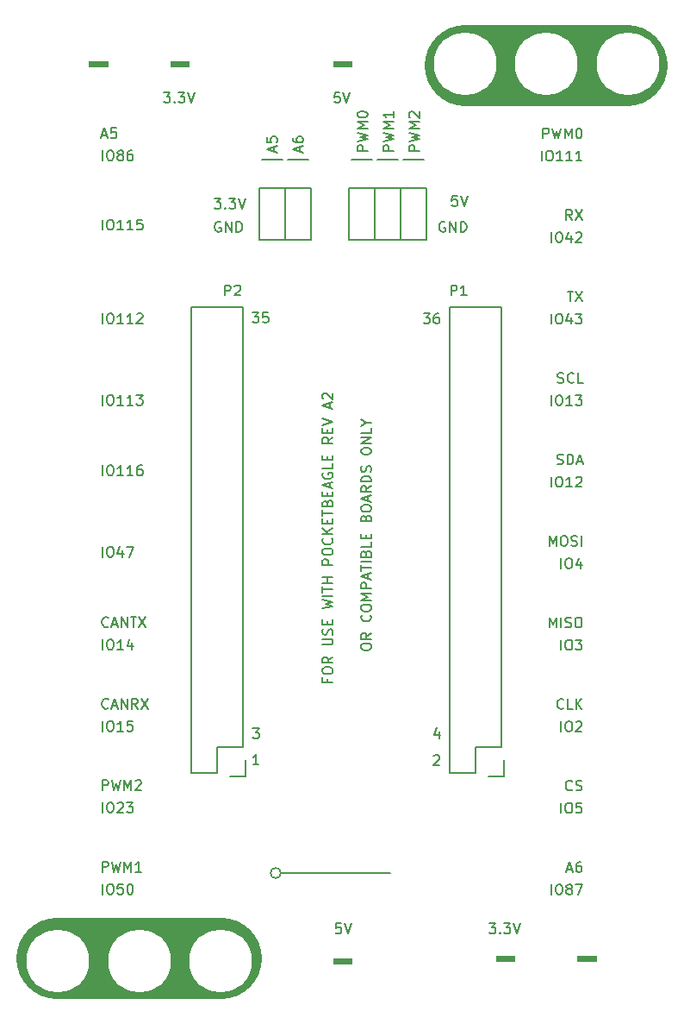
<source format=gto>
%TF.GenerationSoftware,KiCad,Pcbnew,4.0.7-e2-6376~58~ubuntu16.04.1*%
%TF.CreationDate,2018-08-06T09:41:40-07:00*%
%TF.ProjectId,8x12-PocketBeagle-Breakout,387831322D506F636B6574426561676C,1.0*%
%TF.FileFunction,Legend,Top*%
%FSLAX46Y46*%
G04 Gerber Fmt 4.6, Leading zero omitted, Abs format (unit mm)*
G04 Created by KiCad (PCBNEW 4.0.7-e2-6376~58~ubuntu16.04.1) date Mon Aug  6 09:41:40 2018*
%MOMM*%
%LPD*%
G01*
G04 APERTURE LIST*
%ADD10C,0.350000*%
%ADD11C,0.152400*%
%ADD12C,0.150000*%
%ADD13C,8.000000*%
%ADD14C,0.600000*%
%ADD15C,0.254000*%
%ADD16R,2.184400X1.879600*%
%ADD17O,2.184400X1.879600*%
%ADD18C,6.152400*%
%ADD19R,1.879600X1.879600*%
%ADD20O,1.879600X1.879600*%
G04 APERTURE END LIST*
D10*
D11*
X55359905Y-49403000D02*
X55263143Y-49354619D01*
X55118000Y-49354619D01*
X54972858Y-49403000D01*
X54876096Y-49499762D01*
X54827715Y-49596524D01*
X54779334Y-49790048D01*
X54779334Y-49935190D01*
X54827715Y-50128714D01*
X54876096Y-50225476D01*
X54972858Y-50322238D01*
X55118000Y-50370619D01*
X55214762Y-50370619D01*
X55359905Y-50322238D01*
X55408286Y-50273857D01*
X55408286Y-49935190D01*
X55214762Y-49935190D01*
X55843715Y-50370619D02*
X55843715Y-49354619D01*
X56424286Y-50370619D01*
X56424286Y-49354619D01*
X56908096Y-50370619D02*
X56908096Y-49354619D01*
X57150001Y-49354619D01*
X57295143Y-49403000D01*
X57391905Y-49499762D01*
X57440286Y-49596524D01*
X57488667Y-49790048D01*
X57488667Y-49935190D01*
X57440286Y-50128714D01*
X57391905Y-50225476D01*
X57295143Y-50322238D01*
X57150001Y-50370619D01*
X56908096Y-50370619D01*
X54730953Y-47068619D02*
X55359905Y-47068619D01*
X55021239Y-47455667D01*
X55166381Y-47455667D01*
X55263143Y-47504048D01*
X55311524Y-47552429D01*
X55359905Y-47649190D01*
X55359905Y-47891095D01*
X55311524Y-47987857D01*
X55263143Y-48036238D01*
X55166381Y-48084619D01*
X54876096Y-48084619D01*
X54779334Y-48036238D01*
X54730953Y-47987857D01*
X55795334Y-47987857D02*
X55843715Y-48036238D01*
X55795334Y-48084619D01*
X55746953Y-48036238D01*
X55795334Y-47987857D01*
X55795334Y-48084619D01*
X56182382Y-47068619D02*
X56811334Y-47068619D01*
X56472668Y-47455667D01*
X56617810Y-47455667D01*
X56714572Y-47504048D01*
X56762953Y-47552429D01*
X56811334Y-47649190D01*
X56811334Y-47891095D01*
X56762953Y-47987857D01*
X56714572Y-48036238D01*
X56617810Y-48084619D01*
X56327525Y-48084619D01*
X56230763Y-48036238D01*
X56182382Y-47987857D01*
X57101620Y-47068619D02*
X57440287Y-48084619D01*
X57778953Y-47068619D01*
X60621333Y-42472428D02*
X60621333Y-41988619D01*
X60911619Y-42569190D02*
X59895619Y-42230523D01*
X60911619Y-41891857D01*
X59895619Y-41069381D02*
X59895619Y-41553190D01*
X60379429Y-41601571D01*
X60331048Y-41553190D01*
X60282667Y-41456428D01*
X60282667Y-41214524D01*
X60331048Y-41117762D01*
X60379429Y-41069381D01*
X60476190Y-41021000D01*
X60718095Y-41021000D01*
X60814857Y-41069381D01*
X60863238Y-41117762D01*
X60911619Y-41214524D01*
X60911619Y-41456428D01*
X60863238Y-41553190D01*
X60814857Y-41601571D01*
X74881619Y-42424047D02*
X73865619Y-42424047D01*
X73865619Y-42037000D01*
X73914000Y-41940238D01*
X73962381Y-41891857D01*
X74059143Y-41843476D01*
X74204286Y-41843476D01*
X74301048Y-41891857D01*
X74349429Y-41940238D01*
X74397810Y-42037000D01*
X74397810Y-42424047D01*
X73865619Y-41504809D02*
X74881619Y-41262904D01*
X74155905Y-41069381D01*
X74881619Y-40875857D01*
X73865619Y-40633952D01*
X74881619Y-40246904D02*
X73865619Y-40246904D01*
X74591333Y-39908238D01*
X73865619Y-39569571D01*
X74881619Y-39569571D01*
X73962381Y-39134142D02*
X73914000Y-39085761D01*
X73865619Y-38988999D01*
X73865619Y-38747095D01*
X73914000Y-38650333D01*
X73962381Y-38601952D01*
X74059143Y-38553571D01*
X74155905Y-38553571D01*
X74301048Y-38601952D01*
X74881619Y-39182523D01*
X74881619Y-38553571D01*
X72341619Y-42424047D02*
X71325619Y-42424047D01*
X71325619Y-42037000D01*
X71374000Y-41940238D01*
X71422381Y-41891857D01*
X71519143Y-41843476D01*
X71664286Y-41843476D01*
X71761048Y-41891857D01*
X71809429Y-41940238D01*
X71857810Y-42037000D01*
X71857810Y-42424047D01*
X71325619Y-41504809D02*
X72341619Y-41262904D01*
X71615905Y-41069381D01*
X72341619Y-40875857D01*
X71325619Y-40633952D01*
X72341619Y-40246904D02*
X71325619Y-40246904D01*
X72051333Y-39908238D01*
X71325619Y-39569571D01*
X72341619Y-39569571D01*
X72341619Y-38553571D02*
X72341619Y-39134142D01*
X72341619Y-38843856D02*
X71325619Y-38843856D01*
X71470762Y-38940618D01*
X71567524Y-39037380D01*
X71615905Y-39134142D01*
X69801619Y-42424047D02*
X68785619Y-42424047D01*
X68785619Y-42037000D01*
X68834000Y-41940238D01*
X68882381Y-41891857D01*
X68979143Y-41843476D01*
X69124286Y-41843476D01*
X69221048Y-41891857D01*
X69269429Y-41940238D01*
X69317810Y-42037000D01*
X69317810Y-42424047D01*
X68785619Y-41504809D02*
X69801619Y-41262904D01*
X69075905Y-41069381D01*
X69801619Y-40875857D01*
X68785619Y-40633952D01*
X69801619Y-40246904D02*
X68785619Y-40246904D01*
X69511333Y-39908238D01*
X68785619Y-39569571D01*
X69801619Y-39569571D01*
X68785619Y-38892237D02*
X68785619Y-38795476D01*
X68834000Y-38698714D01*
X68882381Y-38650333D01*
X68979143Y-38601952D01*
X69172667Y-38553571D01*
X69414571Y-38553571D01*
X69608095Y-38601952D01*
X69704857Y-38650333D01*
X69753238Y-38698714D01*
X69801619Y-38795476D01*
X69801619Y-38892237D01*
X69753238Y-38988999D01*
X69704857Y-39037380D01*
X69608095Y-39085761D01*
X69414571Y-39134142D01*
X69172667Y-39134142D01*
X68979143Y-39085761D01*
X68882381Y-39037380D01*
X68834000Y-38988999D01*
X68785619Y-38892237D01*
X63161333Y-42472428D02*
X63161333Y-41988619D01*
X63451619Y-42569190D02*
X62435619Y-42230523D01*
X63451619Y-41891857D01*
X62435619Y-41117762D02*
X62435619Y-41311285D01*
X62484000Y-41408047D01*
X62532381Y-41456428D01*
X62677524Y-41553190D01*
X62871048Y-41601571D01*
X63258095Y-41601571D01*
X63354857Y-41553190D01*
X63403238Y-41504809D01*
X63451619Y-41408047D01*
X63451619Y-41214524D01*
X63403238Y-41117762D01*
X63354857Y-41069381D01*
X63258095Y-41021000D01*
X63016190Y-41021000D01*
X62919429Y-41069381D01*
X62871048Y-41117762D01*
X62822667Y-41214524D01*
X62822667Y-41408047D01*
X62871048Y-41504809D01*
X62919429Y-41553190D01*
X63016190Y-41601571D01*
X77394405Y-49403000D02*
X77297643Y-49354619D01*
X77152500Y-49354619D01*
X77007358Y-49403000D01*
X76910596Y-49499762D01*
X76862215Y-49596524D01*
X76813834Y-49790048D01*
X76813834Y-49935190D01*
X76862215Y-50128714D01*
X76910596Y-50225476D01*
X77007358Y-50322238D01*
X77152500Y-50370619D01*
X77249262Y-50370619D01*
X77394405Y-50322238D01*
X77442786Y-50273857D01*
X77442786Y-49935190D01*
X77249262Y-49935190D01*
X77878215Y-50370619D02*
X77878215Y-49354619D01*
X78458786Y-50370619D01*
X78458786Y-49354619D01*
X78942596Y-50370619D02*
X78942596Y-49354619D01*
X79184501Y-49354619D01*
X79329643Y-49403000D01*
X79426405Y-49499762D01*
X79474786Y-49596524D01*
X79523167Y-49790048D01*
X79523167Y-49935190D01*
X79474786Y-50128714D01*
X79426405Y-50225476D01*
X79329643Y-50322238D01*
X79184501Y-50370619D01*
X78942596Y-50370619D01*
X78603929Y-46814619D02*
X78120120Y-46814619D01*
X78071739Y-47298429D01*
X78120120Y-47250048D01*
X78216882Y-47201667D01*
X78458786Y-47201667D01*
X78555548Y-47250048D01*
X78603929Y-47298429D01*
X78652310Y-47395190D01*
X78652310Y-47637095D01*
X78603929Y-47733857D01*
X78555548Y-47782238D01*
X78458786Y-47830619D01*
X78216882Y-47830619D01*
X78120120Y-47782238D01*
X78071739Y-47733857D01*
X78942596Y-46814619D02*
X79281263Y-47830619D01*
X79619929Y-46814619D01*
D12*
X59182000Y-46037500D02*
X59182000Y-51117500D01*
X59182000Y-51117500D02*
X61722000Y-51117500D01*
X61722000Y-51117500D02*
X61722000Y-46037500D01*
X61722000Y-46037500D02*
X59182000Y-46037500D01*
X59452000Y-43267500D02*
X61452000Y-43267500D01*
X61722000Y-46037500D02*
X61722000Y-51117500D01*
X61722000Y-51117500D02*
X64262000Y-51117500D01*
X64262000Y-51117500D02*
X64262000Y-46037500D01*
X64262000Y-46037500D02*
X61722000Y-46037500D01*
X61992000Y-43267500D02*
X63992000Y-43267500D01*
X67945000Y-46037500D02*
X67945000Y-51117500D01*
X67945000Y-51117500D02*
X70485000Y-51117500D01*
X70485000Y-51117500D02*
X70485000Y-46037500D01*
X70485000Y-46037500D02*
X67945000Y-46037500D01*
X68215000Y-43267500D02*
X70215000Y-43267500D01*
X70485000Y-46037500D02*
X70485000Y-51117500D01*
X70485000Y-51117500D02*
X73025000Y-51117500D01*
X73025000Y-51117500D02*
X73025000Y-46037500D01*
X73025000Y-46037500D02*
X70485000Y-46037500D01*
X70755000Y-43267500D02*
X72755000Y-43267500D01*
X73025000Y-46037500D02*
X73025000Y-51117500D01*
X73025000Y-51117500D02*
X75565000Y-51117500D01*
X75565000Y-51117500D02*
X75565000Y-46037500D01*
X75565000Y-46037500D02*
X73025000Y-46037500D01*
X73295000Y-43267500D02*
X75295000Y-43267500D01*
D11*
X61341000Y-113284000D02*
X72009000Y-113284000D01*
X61278433Y-113284000D02*
G75*
G03X61278433Y-113284000I-508933J0D01*
G01*
D13*
X55473000Y-121709000D02*
X39273000Y-121659000D01*
D14*
X63173000Y-121909000D02*
X71473000Y-121909000D01*
X38873000Y-33909000D02*
X55673000Y-33909000D01*
X79173000Y-121709000D02*
X95573000Y-121709000D01*
X62673000Y-33909000D02*
X71273000Y-33909000D01*
D13*
X79373000Y-34009000D02*
X95273000Y-34009000D01*
D12*
X77834484Y-103482392D02*
X77834484Y-57762392D01*
X82914484Y-57762392D02*
X82914484Y-100942392D01*
X77834484Y-57762392D02*
X82914484Y-57762392D01*
X77834484Y-103482392D02*
X80374484Y-103482392D01*
X81644484Y-103762392D02*
X83194484Y-103762392D01*
X80374484Y-103482392D02*
X80374484Y-100942392D01*
X80374484Y-100942392D02*
X82914484Y-100942392D01*
X83194484Y-103762392D02*
X83194484Y-102212392D01*
X52434484Y-103482392D02*
X52434484Y-57762392D01*
X57514484Y-57762392D02*
X57514484Y-100942392D01*
X52434484Y-57762392D02*
X57514484Y-57762392D01*
X54974484Y-103482392D02*
X54974484Y-100942392D01*
X54974484Y-100942392D02*
X57514484Y-100942392D01*
X57794484Y-103762392D02*
X57794484Y-102212392D01*
X56244484Y-103762392D02*
X57794484Y-103762392D01*
X52434484Y-103482392D02*
X54974484Y-103482392D01*
X55779905Y-56586381D02*
X55779905Y-55586381D01*
X56160858Y-55586381D01*
X56256096Y-55634000D01*
X56303715Y-55681619D01*
X56351334Y-55776857D01*
X56351334Y-55919714D01*
X56303715Y-56014952D01*
X56256096Y-56062571D01*
X56160858Y-56110190D01*
X55779905Y-56110190D01*
X56732286Y-55681619D02*
X56779905Y-55634000D01*
X56875143Y-55586381D01*
X57113239Y-55586381D01*
X57208477Y-55634000D01*
X57256096Y-55681619D01*
X57303715Y-55776857D01*
X57303715Y-55872095D01*
X57256096Y-56014952D01*
X56684667Y-56586381D01*
X57303715Y-56586381D01*
X78004905Y-56586381D02*
X78004905Y-55586381D01*
X78385858Y-55586381D01*
X78481096Y-55634000D01*
X78528715Y-55681619D01*
X78576334Y-55776857D01*
X78576334Y-55919714D01*
X78528715Y-56014952D01*
X78481096Y-56062571D01*
X78385858Y-56110190D01*
X78004905Y-56110190D01*
X79528715Y-56586381D02*
X78957286Y-56586381D01*
X79243000Y-56586381D02*
X79243000Y-55586381D01*
X79147762Y-55729238D01*
X79052524Y-55824476D01*
X78957286Y-55872095D01*
X69145381Y-91161620D02*
X69145381Y-90971143D01*
X69193000Y-90875905D01*
X69288238Y-90780667D01*
X69478714Y-90733048D01*
X69812048Y-90733048D01*
X70002524Y-90780667D01*
X70097762Y-90875905D01*
X70145381Y-90971143D01*
X70145381Y-91161620D01*
X70097762Y-91256858D01*
X70002524Y-91352096D01*
X69812048Y-91399715D01*
X69478714Y-91399715D01*
X69288238Y-91352096D01*
X69193000Y-91256858D01*
X69145381Y-91161620D01*
X70145381Y-89733048D02*
X69669190Y-90066382D01*
X70145381Y-90304477D02*
X69145381Y-90304477D01*
X69145381Y-89923524D01*
X69193000Y-89828286D01*
X69240619Y-89780667D01*
X69335857Y-89733048D01*
X69478714Y-89733048D01*
X69573952Y-89780667D01*
X69621571Y-89828286D01*
X69669190Y-89923524D01*
X69669190Y-90304477D01*
X70050143Y-87971143D02*
X70097762Y-88018762D01*
X70145381Y-88161619D01*
X70145381Y-88256857D01*
X70097762Y-88399715D01*
X70002524Y-88494953D01*
X69907286Y-88542572D01*
X69716810Y-88590191D01*
X69573952Y-88590191D01*
X69383476Y-88542572D01*
X69288238Y-88494953D01*
X69193000Y-88399715D01*
X69145381Y-88256857D01*
X69145381Y-88161619D01*
X69193000Y-88018762D01*
X69240619Y-87971143D01*
X69145381Y-87352096D02*
X69145381Y-87161619D01*
X69193000Y-87066381D01*
X69288238Y-86971143D01*
X69478714Y-86923524D01*
X69812048Y-86923524D01*
X70002524Y-86971143D01*
X70097762Y-87066381D01*
X70145381Y-87161619D01*
X70145381Y-87352096D01*
X70097762Y-87447334D01*
X70002524Y-87542572D01*
X69812048Y-87590191D01*
X69478714Y-87590191D01*
X69288238Y-87542572D01*
X69193000Y-87447334D01*
X69145381Y-87352096D01*
X70145381Y-86494953D02*
X69145381Y-86494953D01*
X69859667Y-86161619D01*
X69145381Y-85828286D01*
X70145381Y-85828286D01*
X70145381Y-85352096D02*
X69145381Y-85352096D01*
X69145381Y-84971143D01*
X69193000Y-84875905D01*
X69240619Y-84828286D01*
X69335857Y-84780667D01*
X69478714Y-84780667D01*
X69573952Y-84828286D01*
X69621571Y-84875905D01*
X69669190Y-84971143D01*
X69669190Y-85352096D01*
X69859667Y-84399715D02*
X69859667Y-83923524D01*
X70145381Y-84494953D02*
X69145381Y-84161620D01*
X70145381Y-83828286D01*
X69145381Y-83637810D02*
X69145381Y-83066381D01*
X70145381Y-83352096D02*
X69145381Y-83352096D01*
X70145381Y-82733048D02*
X69145381Y-82733048D01*
X69621571Y-81923524D02*
X69669190Y-81780667D01*
X69716810Y-81733048D01*
X69812048Y-81685429D01*
X69954905Y-81685429D01*
X70050143Y-81733048D01*
X70097762Y-81780667D01*
X70145381Y-81875905D01*
X70145381Y-82256858D01*
X69145381Y-82256858D01*
X69145381Y-81923524D01*
X69193000Y-81828286D01*
X69240619Y-81780667D01*
X69335857Y-81733048D01*
X69431095Y-81733048D01*
X69526333Y-81780667D01*
X69573952Y-81828286D01*
X69621571Y-81923524D01*
X69621571Y-82256858D01*
X70145381Y-80780667D02*
X70145381Y-81256858D01*
X69145381Y-81256858D01*
X69621571Y-80447334D02*
X69621571Y-80114000D01*
X70145381Y-79971143D02*
X70145381Y-80447334D01*
X69145381Y-80447334D01*
X69145381Y-79971143D01*
X69621571Y-78447333D02*
X69669190Y-78304476D01*
X69716810Y-78256857D01*
X69812048Y-78209238D01*
X69954905Y-78209238D01*
X70050143Y-78256857D01*
X70097762Y-78304476D01*
X70145381Y-78399714D01*
X70145381Y-78780667D01*
X69145381Y-78780667D01*
X69145381Y-78447333D01*
X69193000Y-78352095D01*
X69240619Y-78304476D01*
X69335857Y-78256857D01*
X69431095Y-78256857D01*
X69526333Y-78304476D01*
X69573952Y-78352095D01*
X69621571Y-78447333D01*
X69621571Y-78780667D01*
X69145381Y-77590191D02*
X69145381Y-77399714D01*
X69193000Y-77304476D01*
X69288238Y-77209238D01*
X69478714Y-77161619D01*
X69812048Y-77161619D01*
X70002524Y-77209238D01*
X70097762Y-77304476D01*
X70145381Y-77399714D01*
X70145381Y-77590191D01*
X70097762Y-77685429D01*
X70002524Y-77780667D01*
X69812048Y-77828286D01*
X69478714Y-77828286D01*
X69288238Y-77780667D01*
X69193000Y-77685429D01*
X69145381Y-77590191D01*
X69859667Y-76780667D02*
X69859667Y-76304476D01*
X70145381Y-76875905D02*
X69145381Y-76542572D01*
X70145381Y-76209238D01*
X70145381Y-75304476D02*
X69669190Y-75637810D01*
X70145381Y-75875905D02*
X69145381Y-75875905D01*
X69145381Y-75494952D01*
X69193000Y-75399714D01*
X69240619Y-75352095D01*
X69335857Y-75304476D01*
X69478714Y-75304476D01*
X69573952Y-75352095D01*
X69621571Y-75399714D01*
X69669190Y-75494952D01*
X69669190Y-75875905D01*
X70145381Y-74875905D02*
X69145381Y-74875905D01*
X69145381Y-74637810D01*
X69193000Y-74494952D01*
X69288238Y-74399714D01*
X69383476Y-74352095D01*
X69573952Y-74304476D01*
X69716810Y-74304476D01*
X69907286Y-74352095D01*
X70002524Y-74399714D01*
X70097762Y-74494952D01*
X70145381Y-74637810D01*
X70145381Y-74875905D01*
X70097762Y-73923524D02*
X70145381Y-73780667D01*
X70145381Y-73542571D01*
X70097762Y-73447333D01*
X70050143Y-73399714D01*
X69954905Y-73352095D01*
X69859667Y-73352095D01*
X69764429Y-73399714D01*
X69716810Y-73447333D01*
X69669190Y-73542571D01*
X69621571Y-73733048D01*
X69573952Y-73828286D01*
X69526333Y-73875905D01*
X69431095Y-73923524D01*
X69335857Y-73923524D01*
X69240619Y-73875905D01*
X69193000Y-73828286D01*
X69145381Y-73733048D01*
X69145381Y-73494952D01*
X69193000Y-73352095D01*
X69145381Y-71971143D02*
X69145381Y-71780666D01*
X69193000Y-71685428D01*
X69288238Y-71590190D01*
X69478714Y-71542571D01*
X69812048Y-71542571D01*
X70002524Y-71590190D01*
X70097762Y-71685428D01*
X70145381Y-71780666D01*
X70145381Y-71971143D01*
X70097762Y-72066381D01*
X70002524Y-72161619D01*
X69812048Y-72209238D01*
X69478714Y-72209238D01*
X69288238Y-72161619D01*
X69193000Y-72066381D01*
X69145381Y-71971143D01*
X70145381Y-71114000D02*
X69145381Y-71114000D01*
X70145381Y-70542571D01*
X69145381Y-70542571D01*
X70145381Y-69590190D02*
X70145381Y-70066381D01*
X69145381Y-70066381D01*
X69669190Y-69066381D02*
X70145381Y-69066381D01*
X69145381Y-69399714D02*
X69669190Y-69066381D01*
X69145381Y-68733047D01*
X65841571Y-94224334D02*
X65841571Y-94557668D01*
X66365381Y-94557668D02*
X65365381Y-94557668D01*
X65365381Y-94081477D01*
X65365381Y-93510049D02*
X65365381Y-93319572D01*
X65413000Y-93224334D01*
X65508238Y-93129096D01*
X65698714Y-93081477D01*
X66032048Y-93081477D01*
X66222524Y-93129096D01*
X66317762Y-93224334D01*
X66365381Y-93319572D01*
X66365381Y-93510049D01*
X66317762Y-93605287D01*
X66222524Y-93700525D01*
X66032048Y-93748144D01*
X65698714Y-93748144D01*
X65508238Y-93700525D01*
X65413000Y-93605287D01*
X65365381Y-93510049D01*
X66365381Y-92081477D02*
X65889190Y-92414811D01*
X66365381Y-92652906D02*
X65365381Y-92652906D01*
X65365381Y-92271953D01*
X65413000Y-92176715D01*
X65460619Y-92129096D01*
X65555857Y-92081477D01*
X65698714Y-92081477D01*
X65793952Y-92129096D01*
X65841571Y-92176715D01*
X65889190Y-92271953D01*
X65889190Y-92652906D01*
X65365381Y-90891001D02*
X66174905Y-90891001D01*
X66270143Y-90843382D01*
X66317762Y-90795763D01*
X66365381Y-90700525D01*
X66365381Y-90510048D01*
X66317762Y-90414810D01*
X66270143Y-90367191D01*
X66174905Y-90319572D01*
X65365381Y-90319572D01*
X66317762Y-89891001D02*
X66365381Y-89748144D01*
X66365381Y-89510048D01*
X66317762Y-89414810D01*
X66270143Y-89367191D01*
X66174905Y-89319572D01*
X66079667Y-89319572D01*
X65984429Y-89367191D01*
X65936810Y-89414810D01*
X65889190Y-89510048D01*
X65841571Y-89700525D01*
X65793952Y-89795763D01*
X65746333Y-89843382D01*
X65651095Y-89891001D01*
X65555857Y-89891001D01*
X65460619Y-89843382D01*
X65413000Y-89795763D01*
X65365381Y-89700525D01*
X65365381Y-89462429D01*
X65413000Y-89319572D01*
X65841571Y-88891001D02*
X65841571Y-88557667D01*
X66365381Y-88414810D02*
X66365381Y-88891001D01*
X65365381Y-88891001D01*
X65365381Y-88414810D01*
X65365381Y-87319572D02*
X66365381Y-87081477D01*
X65651095Y-86891000D01*
X66365381Y-86700524D01*
X65365381Y-86462429D01*
X66365381Y-86081477D02*
X65365381Y-86081477D01*
X65365381Y-85748144D02*
X65365381Y-85176715D01*
X66365381Y-85462430D02*
X65365381Y-85462430D01*
X66365381Y-84843382D02*
X65365381Y-84843382D01*
X65841571Y-84843382D02*
X65841571Y-84271953D01*
X66365381Y-84271953D02*
X65365381Y-84271953D01*
X66365381Y-83033858D02*
X65365381Y-83033858D01*
X65365381Y-82652905D01*
X65413000Y-82557667D01*
X65460619Y-82510048D01*
X65555857Y-82462429D01*
X65698714Y-82462429D01*
X65793952Y-82510048D01*
X65841571Y-82557667D01*
X65889190Y-82652905D01*
X65889190Y-83033858D01*
X65365381Y-81843382D02*
X65365381Y-81652905D01*
X65413000Y-81557667D01*
X65508238Y-81462429D01*
X65698714Y-81414810D01*
X66032048Y-81414810D01*
X66222524Y-81462429D01*
X66317762Y-81557667D01*
X66365381Y-81652905D01*
X66365381Y-81843382D01*
X66317762Y-81938620D01*
X66222524Y-82033858D01*
X66032048Y-82081477D01*
X65698714Y-82081477D01*
X65508238Y-82033858D01*
X65413000Y-81938620D01*
X65365381Y-81843382D01*
X66270143Y-80414810D02*
X66317762Y-80462429D01*
X66365381Y-80605286D01*
X66365381Y-80700524D01*
X66317762Y-80843382D01*
X66222524Y-80938620D01*
X66127286Y-80986239D01*
X65936810Y-81033858D01*
X65793952Y-81033858D01*
X65603476Y-80986239D01*
X65508238Y-80938620D01*
X65413000Y-80843382D01*
X65365381Y-80700524D01*
X65365381Y-80605286D01*
X65413000Y-80462429D01*
X65460619Y-80414810D01*
X66365381Y-79986239D02*
X65365381Y-79986239D01*
X66365381Y-79414810D02*
X65793952Y-79843382D01*
X65365381Y-79414810D02*
X65936810Y-79986239D01*
X65841571Y-78986239D02*
X65841571Y-78652905D01*
X66365381Y-78510048D02*
X66365381Y-78986239D01*
X65365381Y-78986239D01*
X65365381Y-78510048D01*
X65365381Y-78224334D02*
X65365381Y-77652905D01*
X66365381Y-77938620D02*
X65365381Y-77938620D01*
X65841571Y-76986238D02*
X65889190Y-76843381D01*
X65936810Y-76795762D01*
X66032048Y-76748143D01*
X66174905Y-76748143D01*
X66270143Y-76795762D01*
X66317762Y-76843381D01*
X66365381Y-76938619D01*
X66365381Y-77319572D01*
X65365381Y-77319572D01*
X65365381Y-76986238D01*
X65413000Y-76891000D01*
X65460619Y-76843381D01*
X65555857Y-76795762D01*
X65651095Y-76795762D01*
X65746333Y-76843381D01*
X65793952Y-76891000D01*
X65841571Y-76986238D01*
X65841571Y-77319572D01*
X65841571Y-76319572D02*
X65841571Y-75986238D01*
X66365381Y-75843381D02*
X66365381Y-76319572D01*
X65365381Y-76319572D01*
X65365381Y-75843381D01*
X66079667Y-75462429D02*
X66079667Y-74986238D01*
X66365381Y-75557667D02*
X65365381Y-75224334D01*
X66365381Y-74891000D01*
X65413000Y-74033857D02*
X65365381Y-74129095D01*
X65365381Y-74271952D01*
X65413000Y-74414810D01*
X65508238Y-74510048D01*
X65603476Y-74557667D01*
X65793952Y-74605286D01*
X65936810Y-74605286D01*
X66127286Y-74557667D01*
X66222524Y-74510048D01*
X66317762Y-74414810D01*
X66365381Y-74271952D01*
X66365381Y-74176714D01*
X66317762Y-74033857D01*
X66270143Y-73986238D01*
X65936810Y-73986238D01*
X65936810Y-74176714D01*
X66365381Y-73081476D02*
X66365381Y-73557667D01*
X65365381Y-73557667D01*
X65841571Y-72748143D02*
X65841571Y-72414809D01*
X66365381Y-72271952D02*
X66365381Y-72748143D01*
X65365381Y-72748143D01*
X65365381Y-72271952D01*
X66365381Y-70510047D02*
X65889190Y-70843381D01*
X66365381Y-71081476D02*
X65365381Y-71081476D01*
X65365381Y-70700523D01*
X65413000Y-70605285D01*
X65460619Y-70557666D01*
X65555857Y-70510047D01*
X65698714Y-70510047D01*
X65793952Y-70557666D01*
X65841571Y-70605285D01*
X65889190Y-70700523D01*
X65889190Y-71081476D01*
X65841571Y-70081476D02*
X65841571Y-69748142D01*
X66365381Y-69605285D02*
X66365381Y-70081476D01*
X65365381Y-70081476D01*
X65365381Y-69605285D01*
X65365381Y-69319571D02*
X66365381Y-68986238D01*
X65365381Y-68652904D01*
X66079667Y-67605285D02*
X66079667Y-67129094D01*
X66365381Y-67700523D02*
X65365381Y-67367190D01*
X66365381Y-67033856D01*
X65460619Y-66748142D02*
X65413000Y-66700523D01*
X65365381Y-66605285D01*
X65365381Y-66367189D01*
X65413000Y-66271951D01*
X65460619Y-66224332D01*
X65555857Y-66176713D01*
X65651095Y-66176713D01*
X65793952Y-66224332D01*
X66365381Y-66795761D01*
X66365381Y-66176713D01*
X49769810Y-36677381D02*
X50388858Y-36677381D01*
X50055524Y-37058333D01*
X50198382Y-37058333D01*
X50293620Y-37105952D01*
X50341239Y-37153571D01*
X50388858Y-37248810D01*
X50388858Y-37486905D01*
X50341239Y-37582143D01*
X50293620Y-37629762D01*
X50198382Y-37677381D01*
X49912667Y-37677381D01*
X49817429Y-37629762D01*
X49769810Y-37582143D01*
X50817429Y-37582143D02*
X50865048Y-37629762D01*
X50817429Y-37677381D01*
X50769810Y-37629762D01*
X50817429Y-37582143D01*
X50817429Y-37677381D01*
X51198381Y-36677381D02*
X51817429Y-36677381D01*
X51484095Y-37058333D01*
X51626953Y-37058333D01*
X51722191Y-37105952D01*
X51769810Y-37153571D01*
X51817429Y-37248810D01*
X51817429Y-37486905D01*
X51769810Y-37582143D01*
X51722191Y-37629762D01*
X51626953Y-37677381D01*
X51341238Y-37677381D01*
X51246000Y-37629762D01*
X51198381Y-37582143D01*
X52103143Y-36677381D02*
X52436476Y-37677381D01*
X52769810Y-36677381D01*
X67055524Y-36677381D02*
X66579333Y-36677381D01*
X66531714Y-37153571D01*
X66579333Y-37105952D01*
X66674571Y-37058333D01*
X66912667Y-37058333D01*
X67007905Y-37105952D01*
X67055524Y-37153571D01*
X67103143Y-37248810D01*
X67103143Y-37486905D01*
X67055524Y-37582143D01*
X67007905Y-37629762D01*
X66912667Y-37677381D01*
X66674571Y-37677381D01*
X66579333Y-37629762D01*
X66531714Y-37582143D01*
X67388857Y-36677381D02*
X67722190Y-37677381D01*
X68055524Y-36677381D01*
X81769810Y-118218381D02*
X82388858Y-118218381D01*
X82055524Y-118599333D01*
X82198382Y-118599333D01*
X82293620Y-118646952D01*
X82341239Y-118694571D01*
X82388858Y-118789810D01*
X82388858Y-119027905D01*
X82341239Y-119123143D01*
X82293620Y-119170762D01*
X82198382Y-119218381D01*
X81912667Y-119218381D01*
X81817429Y-119170762D01*
X81769810Y-119123143D01*
X82817429Y-119123143D02*
X82865048Y-119170762D01*
X82817429Y-119218381D01*
X82769810Y-119170762D01*
X82817429Y-119123143D01*
X82817429Y-119218381D01*
X83198381Y-118218381D02*
X83817429Y-118218381D01*
X83484095Y-118599333D01*
X83626953Y-118599333D01*
X83722191Y-118646952D01*
X83769810Y-118694571D01*
X83817429Y-118789810D01*
X83817429Y-119027905D01*
X83769810Y-119123143D01*
X83722191Y-119170762D01*
X83626953Y-119218381D01*
X83341238Y-119218381D01*
X83246000Y-119170762D01*
X83198381Y-119123143D01*
X84103143Y-118218381D02*
X84436476Y-119218381D01*
X84769810Y-118218381D01*
X89433953Y-112905591D02*
X89910144Y-112905591D01*
X89338715Y-113191305D02*
X89672048Y-112191305D01*
X90005382Y-113191305D01*
X90767287Y-112191305D02*
X90576810Y-112191305D01*
X90481572Y-112238924D01*
X90433953Y-112286543D01*
X90338715Y-112429400D01*
X90291096Y-112619876D01*
X90291096Y-113000829D01*
X90338715Y-113096067D01*
X90386334Y-113143686D01*
X90481572Y-113191305D01*
X90672049Y-113191305D01*
X90767287Y-113143686D01*
X90814906Y-113096067D01*
X90862525Y-113000829D01*
X90862525Y-112762734D01*
X90814906Y-112667495D01*
X90767287Y-112619876D01*
X90672049Y-112572257D01*
X90481572Y-112572257D01*
X90386334Y-112619876D01*
X90338715Y-112667495D01*
X90291096Y-112762734D01*
X87862525Y-115391305D02*
X87862525Y-114391305D01*
X88529191Y-114391305D02*
X88719668Y-114391305D01*
X88814906Y-114438924D01*
X88910144Y-114534162D01*
X88957763Y-114724638D01*
X88957763Y-115057972D01*
X88910144Y-115248448D01*
X88814906Y-115343686D01*
X88719668Y-115391305D01*
X88529191Y-115391305D01*
X88433953Y-115343686D01*
X88338715Y-115248448D01*
X88291096Y-115057972D01*
X88291096Y-114724638D01*
X88338715Y-114534162D01*
X88433953Y-114438924D01*
X88529191Y-114391305D01*
X89529191Y-114819876D02*
X89433953Y-114772257D01*
X89386334Y-114724638D01*
X89338715Y-114629400D01*
X89338715Y-114581781D01*
X89386334Y-114486543D01*
X89433953Y-114438924D01*
X89529191Y-114391305D01*
X89719668Y-114391305D01*
X89814906Y-114438924D01*
X89862525Y-114486543D01*
X89910144Y-114581781D01*
X89910144Y-114629400D01*
X89862525Y-114724638D01*
X89814906Y-114772257D01*
X89719668Y-114819876D01*
X89529191Y-114819876D01*
X89433953Y-114867495D01*
X89386334Y-114915114D01*
X89338715Y-115010353D01*
X89338715Y-115200829D01*
X89386334Y-115296067D01*
X89433953Y-115343686D01*
X89529191Y-115391305D01*
X89719668Y-115391305D01*
X89814906Y-115343686D01*
X89862525Y-115296067D01*
X89910144Y-115200829D01*
X89910144Y-115010353D01*
X89862525Y-114915114D01*
X89814906Y-114867495D01*
X89719668Y-114819876D01*
X90243477Y-114391305D02*
X90910144Y-114391305D01*
X90481572Y-115391305D01*
X89910144Y-105096067D02*
X89862525Y-105143686D01*
X89719668Y-105191305D01*
X89624430Y-105191305D01*
X89481572Y-105143686D01*
X89386334Y-105048448D01*
X89338715Y-104953210D01*
X89291096Y-104762734D01*
X89291096Y-104619876D01*
X89338715Y-104429400D01*
X89386334Y-104334162D01*
X89481572Y-104238924D01*
X89624430Y-104191305D01*
X89719668Y-104191305D01*
X89862525Y-104238924D01*
X89910144Y-104286543D01*
X90291096Y-105143686D02*
X90433953Y-105191305D01*
X90672049Y-105191305D01*
X90767287Y-105143686D01*
X90814906Y-105096067D01*
X90862525Y-105000829D01*
X90862525Y-104905591D01*
X90814906Y-104810353D01*
X90767287Y-104762734D01*
X90672049Y-104715114D01*
X90481572Y-104667495D01*
X90386334Y-104619876D01*
X90338715Y-104572257D01*
X90291096Y-104477019D01*
X90291096Y-104381781D01*
X90338715Y-104286543D01*
X90386334Y-104238924D01*
X90481572Y-104191305D01*
X90719668Y-104191305D01*
X90862525Y-104238924D01*
X88814906Y-107391305D02*
X88814906Y-106391305D01*
X89481572Y-106391305D02*
X89672049Y-106391305D01*
X89767287Y-106438924D01*
X89862525Y-106534162D01*
X89910144Y-106724638D01*
X89910144Y-107057972D01*
X89862525Y-107248448D01*
X89767287Y-107343686D01*
X89672049Y-107391305D01*
X89481572Y-107391305D01*
X89386334Y-107343686D01*
X89291096Y-107248448D01*
X89243477Y-107057972D01*
X89243477Y-106724638D01*
X89291096Y-106534162D01*
X89386334Y-106438924D01*
X89481572Y-106391305D01*
X90814906Y-106391305D02*
X90338715Y-106391305D01*
X90291096Y-106867495D01*
X90338715Y-106819876D01*
X90433953Y-106772257D01*
X90672049Y-106772257D01*
X90767287Y-106819876D01*
X90814906Y-106867495D01*
X90862525Y-106962734D01*
X90862525Y-107200829D01*
X90814906Y-107296067D01*
X90767287Y-107343686D01*
X90672049Y-107391305D01*
X90433953Y-107391305D01*
X90338715Y-107343686D01*
X90291096Y-107296067D01*
X88814906Y-99391305D02*
X88814906Y-98391305D01*
X89481572Y-98391305D02*
X89672049Y-98391305D01*
X89767287Y-98438924D01*
X89862525Y-98534162D01*
X89910144Y-98724638D01*
X89910144Y-99057972D01*
X89862525Y-99248448D01*
X89767287Y-99343686D01*
X89672049Y-99391305D01*
X89481572Y-99391305D01*
X89386334Y-99343686D01*
X89291096Y-99248448D01*
X89243477Y-99057972D01*
X89243477Y-98724638D01*
X89291096Y-98534162D01*
X89386334Y-98438924D01*
X89481572Y-98391305D01*
X90291096Y-98486543D02*
X90338715Y-98438924D01*
X90433953Y-98391305D01*
X90672049Y-98391305D01*
X90767287Y-98438924D01*
X90814906Y-98486543D01*
X90862525Y-98581781D01*
X90862525Y-98677019D01*
X90814906Y-98819876D01*
X90243477Y-99391305D01*
X90862525Y-99391305D01*
X89053001Y-97096067D02*
X89005382Y-97143686D01*
X88862525Y-97191305D01*
X88767287Y-97191305D01*
X88624429Y-97143686D01*
X88529191Y-97048448D01*
X88481572Y-96953210D01*
X88433953Y-96762734D01*
X88433953Y-96619876D01*
X88481572Y-96429400D01*
X88529191Y-96334162D01*
X88624429Y-96238924D01*
X88767287Y-96191305D01*
X88862525Y-96191305D01*
X89005382Y-96238924D01*
X89053001Y-96286543D01*
X89957763Y-97191305D02*
X89481572Y-97191305D01*
X89481572Y-96191305D01*
X90291096Y-97191305D02*
X90291096Y-96191305D01*
X90862525Y-97191305D02*
X90433953Y-96619876D01*
X90862525Y-96191305D02*
X90291096Y-96762734D01*
X87053001Y-41191305D02*
X87053001Y-40191305D01*
X87433954Y-40191305D01*
X87529192Y-40238924D01*
X87576811Y-40286543D01*
X87624430Y-40381781D01*
X87624430Y-40524638D01*
X87576811Y-40619876D01*
X87529192Y-40667495D01*
X87433954Y-40715114D01*
X87053001Y-40715114D01*
X87957763Y-40191305D02*
X88195858Y-41191305D01*
X88386335Y-40477019D01*
X88576811Y-41191305D01*
X88814906Y-40191305D01*
X89195858Y-41191305D02*
X89195858Y-40191305D01*
X89529192Y-40905591D01*
X89862525Y-40191305D01*
X89862525Y-41191305D01*
X90529191Y-40191305D02*
X90624430Y-40191305D01*
X90719668Y-40238924D01*
X90767287Y-40286543D01*
X90814906Y-40381781D01*
X90862525Y-40572257D01*
X90862525Y-40810353D01*
X90814906Y-41000829D01*
X90767287Y-41096067D01*
X90719668Y-41143686D01*
X90624430Y-41191305D01*
X90529191Y-41191305D01*
X90433953Y-41143686D01*
X90386334Y-41096067D01*
X90338715Y-41000829D01*
X90291096Y-40810353D01*
X90291096Y-40572257D01*
X90338715Y-40381781D01*
X90386334Y-40286543D01*
X90433953Y-40238924D01*
X90529191Y-40191305D01*
X87862525Y-59391305D02*
X87862525Y-58391305D01*
X88529191Y-58391305D02*
X88719668Y-58391305D01*
X88814906Y-58438924D01*
X88910144Y-58534162D01*
X88957763Y-58724638D01*
X88957763Y-59057972D01*
X88910144Y-59248448D01*
X88814906Y-59343686D01*
X88719668Y-59391305D01*
X88529191Y-59391305D01*
X88433953Y-59343686D01*
X88338715Y-59248448D01*
X88291096Y-59057972D01*
X88291096Y-58724638D01*
X88338715Y-58534162D01*
X88433953Y-58438924D01*
X88529191Y-58391305D01*
X89814906Y-58724638D02*
X89814906Y-59391305D01*
X89576810Y-58343686D02*
X89338715Y-59057972D01*
X89957763Y-59057972D01*
X90243477Y-58391305D02*
X90862525Y-58391305D01*
X90529191Y-58772257D01*
X90672049Y-58772257D01*
X90767287Y-58819876D01*
X90814906Y-58867495D01*
X90862525Y-58962734D01*
X90862525Y-59200829D01*
X90814906Y-59296067D01*
X90767287Y-59343686D01*
X90672049Y-59391305D01*
X90386334Y-59391305D01*
X90291096Y-59343686D01*
X90243477Y-59296067D01*
X86910144Y-43391305D02*
X86910144Y-42391305D01*
X87576810Y-42391305D02*
X87767287Y-42391305D01*
X87862525Y-42438924D01*
X87957763Y-42534162D01*
X88005382Y-42724638D01*
X88005382Y-43057972D01*
X87957763Y-43248448D01*
X87862525Y-43343686D01*
X87767287Y-43391305D01*
X87576810Y-43391305D01*
X87481572Y-43343686D01*
X87386334Y-43248448D01*
X87338715Y-43057972D01*
X87338715Y-42724638D01*
X87386334Y-42534162D01*
X87481572Y-42438924D01*
X87576810Y-42391305D01*
X88957763Y-43391305D02*
X88386334Y-43391305D01*
X88672048Y-43391305D02*
X88672048Y-42391305D01*
X88576810Y-42534162D01*
X88481572Y-42629400D01*
X88386334Y-42677019D01*
X89910144Y-43391305D02*
X89338715Y-43391305D01*
X89624429Y-43391305D02*
X89624429Y-42391305D01*
X89529191Y-42534162D01*
X89433953Y-42629400D01*
X89338715Y-42677019D01*
X90862525Y-43391305D02*
X90291096Y-43391305D01*
X90576810Y-43391305D02*
X90576810Y-42391305D01*
X90481572Y-42534162D01*
X90386334Y-42629400D01*
X90291096Y-42677019D01*
X89910144Y-49191305D02*
X89576810Y-48715114D01*
X89338715Y-49191305D02*
X89338715Y-48191305D01*
X89719668Y-48191305D01*
X89814906Y-48238924D01*
X89862525Y-48286543D01*
X89910144Y-48381781D01*
X89910144Y-48524638D01*
X89862525Y-48619876D01*
X89814906Y-48667495D01*
X89719668Y-48715114D01*
X89338715Y-48715114D01*
X90243477Y-48191305D02*
X90910144Y-49191305D01*
X90910144Y-48191305D02*
X90243477Y-49191305D01*
X88814906Y-83391305D02*
X88814906Y-82391305D01*
X89481572Y-82391305D02*
X89672049Y-82391305D01*
X89767287Y-82438924D01*
X89862525Y-82534162D01*
X89910144Y-82724638D01*
X89910144Y-83057972D01*
X89862525Y-83248448D01*
X89767287Y-83343686D01*
X89672049Y-83391305D01*
X89481572Y-83391305D01*
X89386334Y-83343686D01*
X89291096Y-83248448D01*
X89243477Y-83057972D01*
X89243477Y-82724638D01*
X89291096Y-82534162D01*
X89386334Y-82438924D01*
X89481572Y-82391305D01*
X90767287Y-82724638D02*
X90767287Y-83391305D01*
X90529191Y-82343686D02*
X90291096Y-83057972D01*
X90910144Y-83057972D01*
X87862525Y-75391305D02*
X87862525Y-74391305D01*
X88529191Y-74391305D02*
X88719668Y-74391305D01*
X88814906Y-74438924D01*
X88910144Y-74534162D01*
X88957763Y-74724638D01*
X88957763Y-75057972D01*
X88910144Y-75248448D01*
X88814906Y-75343686D01*
X88719668Y-75391305D01*
X88529191Y-75391305D01*
X88433953Y-75343686D01*
X88338715Y-75248448D01*
X88291096Y-75057972D01*
X88291096Y-74724638D01*
X88338715Y-74534162D01*
X88433953Y-74438924D01*
X88529191Y-74391305D01*
X89910144Y-75391305D02*
X89338715Y-75391305D01*
X89624429Y-75391305D02*
X89624429Y-74391305D01*
X89529191Y-74534162D01*
X89433953Y-74629400D01*
X89338715Y-74677019D01*
X90291096Y-74486543D02*
X90338715Y-74438924D01*
X90433953Y-74391305D01*
X90672049Y-74391305D01*
X90767287Y-74438924D01*
X90814906Y-74486543D01*
X90862525Y-74581781D01*
X90862525Y-74677019D01*
X90814906Y-74819876D01*
X90243477Y-75391305D01*
X90862525Y-75391305D01*
X87862525Y-67391305D02*
X87862525Y-66391305D01*
X88529191Y-66391305D02*
X88719668Y-66391305D01*
X88814906Y-66438924D01*
X88910144Y-66534162D01*
X88957763Y-66724638D01*
X88957763Y-67057972D01*
X88910144Y-67248448D01*
X88814906Y-67343686D01*
X88719668Y-67391305D01*
X88529191Y-67391305D01*
X88433953Y-67343686D01*
X88338715Y-67248448D01*
X88291096Y-67057972D01*
X88291096Y-66724638D01*
X88338715Y-66534162D01*
X88433953Y-66438924D01*
X88529191Y-66391305D01*
X89910144Y-67391305D02*
X89338715Y-67391305D01*
X89624429Y-67391305D02*
X89624429Y-66391305D01*
X89529191Y-66534162D01*
X89433953Y-66629400D01*
X89338715Y-66677019D01*
X90243477Y-66391305D02*
X90862525Y-66391305D01*
X90529191Y-66772257D01*
X90672049Y-66772257D01*
X90767287Y-66819876D01*
X90814906Y-66867495D01*
X90862525Y-66962734D01*
X90862525Y-67200829D01*
X90814906Y-67296067D01*
X90767287Y-67343686D01*
X90672049Y-67391305D01*
X90386334Y-67391305D01*
X90291096Y-67343686D01*
X90243477Y-67296067D01*
X87672049Y-81191305D02*
X87672049Y-80191305D01*
X88005383Y-80905591D01*
X88338716Y-80191305D01*
X88338716Y-81191305D01*
X89005382Y-80191305D02*
X89195859Y-80191305D01*
X89291097Y-80238924D01*
X89386335Y-80334162D01*
X89433954Y-80524638D01*
X89433954Y-80857972D01*
X89386335Y-81048448D01*
X89291097Y-81143686D01*
X89195859Y-81191305D01*
X89005382Y-81191305D01*
X88910144Y-81143686D01*
X88814906Y-81048448D01*
X88767287Y-80857972D01*
X88767287Y-80524638D01*
X88814906Y-80334162D01*
X88910144Y-80238924D01*
X89005382Y-80191305D01*
X89814906Y-81143686D02*
X89957763Y-81191305D01*
X90195859Y-81191305D01*
X90291097Y-81143686D01*
X90338716Y-81096067D01*
X90386335Y-81000829D01*
X90386335Y-80905591D01*
X90338716Y-80810353D01*
X90291097Y-80762734D01*
X90195859Y-80715114D01*
X90005382Y-80667495D01*
X89910144Y-80619876D01*
X89862525Y-80572257D01*
X89814906Y-80477019D01*
X89814906Y-80381781D01*
X89862525Y-80286543D01*
X89910144Y-80238924D01*
X90005382Y-80191305D01*
X90243478Y-80191305D01*
X90386335Y-80238924D01*
X90814906Y-81191305D02*
X90814906Y-80191305D01*
X88433953Y-73143686D02*
X88576810Y-73191305D01*
X88814906Y-73191305D01*
X88910144Y-73143686D01*
X88957763Y-73096067D01*
X89005382Y-73000829D01*
X89005382Y-72905591D01*
X88957763Y-72810353D01*
X88910144Y-72762734D01*
X88814906Y-72715114D01*
X88624429Y-72667495D01*
X88529191Y-72619876D01*
X88481572Y-72572257D01*
X88433953Y-72477019D01*
X88433953Y-72381781D01*
X88481572Y-72286543D01*
X88529191Y-72238924D01*
X88624429Y-72191305D01*
X88862525Y-72191305D01*
X89005382Y-72238924D01*
X89433953Y-73191305D02*
X89433953Y-72191305D01*
X89672048Y-72191305D01*
X89814906Y-72238924D01*
X89910144Y-72334162D01*
X89957763Y-72429400D01*
X90005382Y-72619876D01*
X90005382Y-72762734D01*
X89957763Y-72953210D01*
X89910144Y-73048448D01*
X89814906Y-73143686D01*
X89672048Y-73191305D01*
X89433953Y-73191305D01*
X90386334Y-72905591D02*
X90862525Y-72905591D01*
X90291096Y-73191305D02*
X90624429Y-72191305D01*
X90957763Y-73191305D01*
X88481572Y-65143686D02*
X88624429Y-65191305D01*
X88862525Y-65191305D01*
X88957763Y-65143686D01*
X89005382Y-65096067D01*
X89053001Y-65000829D01*
X89053001Y-64905591D01*
X89005382Y-64810353D01*
X88957763Y-64762734D01*
X88862525Y-64715114D01*
X88672048Y-64667495D01*
X88576810Y-64619876D01*
X88529191Y-64572257D01*
X88481572Y-64477019D01*
X88481572Y-64381781D01*
X88529191Y-64286543D01*
X88576810Y-64238924D01*
X88672048Y-64191305D01*
X88910144Y-64191305D01*
X89053001Y-64238924D01*
X90053001Y-65096067D02*
X90005382Y-65143686D01*
X89862525Y-65191305D01*
X89767287Y-65191305D01*
X89624429Y-65143686D01*
X89529191Y-65048448D01*
X89481572Y-64953210D01*
X89433953Y-64762734D01*
X89433953Y-64619876D01*
X89481572Y-64429400D01*
X89529191Y-64334162D01*
X89624429Y-64238924D01*
X89767287Y-64191305D01*
X89862525Y-64191305D01*
X90005382Y-64238924D01*
X90053001Y-64286543D01*
X90957763Y-65191305D02*
X90481572Y-65191305D01*
X90481572Y-64191305D01*
X43744945Y-74263395D02*
X43744945Y-73263395D01*
X44411611Y-73263395D02*
X44602088Y-73263395D01*
X44697326Y-73311014D01*
X44792564Y-73406252D01*
X44840183Y-73596728D01*
X44840183Y-73930062D01*
X44792564Y-74120538D01*
X44697326Y-74215776D01*
X44602088Y-74263395D01*
X44411611Y-74263395D01*
X44316373Y-74215776D01*
X44221135Y-74120538D01*
X44173516Y-73930062D01*
X44173516Y-73596728D01*
X44221135Y-73406252D01*
X44316373Y-73311014D01*
X44411611Y-73263395D01*
X45792564Y-74263395D02*
X45221135Y-74263395D01*
X45506849Y-74263395D02*
X45506849Y-73263395D01*
X45411611Y-73406252D01*
X45316373Y-73501490D01*
X45221135Y-73549109D01*
X46744945Y-74263395D02*
X46173516Y-74263395D01*
X46459230Y-74263395D02*
X46459230Y-73263395D01*
X46363992Y-73406252D01*
X46268754Y-73501490D01*
X46173516Y-73549109D01*
X47602088Y-73263395D02*
X47411611Y-73263395D01*
X47316373Y-73311014D01*
X47268754Y-73358633D01*
X47173516Y-73501490D01*
X47125897Y-73691966D01*
X47125897Y-74072919D01*
X47173516Y-74168157D01*
X47221135Y-74215776D01*
X47316373Y-74263395D01*
X47506850Y-74263395D01*
X47602088Y-74215776D01*
X47649707Y-74168157D01*
X47697326Y-74072919D01*
X47697326Y-73834824D01*
X47649707Y-73739585D01*
X47602088Y-73691966D01*
X47506850Y-73644347D01*
X47316373Y-73644347D01*
X47221135Y-73691966D01*
X47173516Y-73739585D01*
X47125897Y-73834824D01*
X43744945Y-67363395D02*
X43744945Y-66363395D01*
X44411611Y-66363395D02*
X44602088Y-66363395D01*
X44697326Y-66411014D01*
X44792564Y-66506252D01*
X44840183Y-66696728D01*
X44840183Y-67030062D01*
X44792564Y-67220538D01*
X44697326Y-67315776D01*
X44602088Y-67363395D01*
X44411611Y-67363395D01*
X44316373Y-67315776D01*
X44221135Y-67220538D01*
X44173516Y-67030062D01*
X44173516Y-66696728D01*
X44221135Y-66506252D01*
X44316373Y-66411014D01*
X44411611Y-66363395D01*
X45792564Y-67363395D02*
X45221135Y-67363395D01*
X45506849Y-67363395D02*
X45506849Y-66363395D01*
X45411611Y-66506252D01*
X45316373Y-66601490D01*
X45221135Y-66649109D01*
X46744945Y-67363395D02*
X46173516Y-67363395D01*
X46459230Y-67363395D02*
X46459230Y-66363395D01*
X46363992Y-66506252D01*
X46268754Y-66601490D01*
X46173516Y-66649109D01*
X47078278Y-66363395D02*
X47697326Y-66363395D01*
X47363992Y-66744347D01*
X47506850Y-66744347D01*
X47602088Y-66791966D01*
X47649707Y-66839585D01*
X47697326Y-66934824D01*
X47697326Y-67172919D01*
X47649707Y-67268157D01*
X47602088Y-67315776D01*
X47506850Y-67363395D01*
X47221135Y-67363395D01*
X47125897Y-67315776D01*
X47078278Y-67268157D01*
X43744945Y-59363395D02*
X43744945Y-58363395D01*
X44411611Y-58363395D02*
X44602088Y-58363395D01*
X44697326Y-58411014D01*
X44792564Y-58506252D01*
X44840183Y-58696728D01*
X44840183Y-59030062D01*
X44792564Y-59220538D01*
X44697326Y-59315776D01*
X44602088Y-59363395D01*
X44411611Y-59363395D01*
X44316373Y-59315776D01*
X44221135Y-59220538D01*
X44173516Y-59030062D01*
X44173516Y-58696728D01*
X44221135Y-58506252D01*
X44316373Y-58411014D01*
X44411611Y-58363395D01*
X45792564Y-59363395D02*
X45221135Y-59363395D01*
X45506849Y-59363395D02*
X45506849Y-58363395D01*
X45411611Y-58506252D01*
X45316373Y-58601490D01*
X45221135Y-58649109D01*
X46744945Y-59363395D02*
X46173516Y-59363395D01*
X46459230Y-59363395D02*
X46459230Y-58363395D01*
X46363992Y-58506252D01*
X46268754Y-58601490D01*
X46173516Y-58649109D01*
X47125897Y-58458633D02*
X47173516Y-58411014D01*
X47268754Y-58363395D01*
X47506850Y-58363395D01*
X47602088Y-58411014D01*
X47649707Y-58458633D01*
X47697326Y-58553871D01*
X47697326Y-58649109D01*
X47649707Y-58791966D01*
X47078278Y-59363395D01*
X47697326Y-59363395D01*
X43744945Y-82263395D02*
X43744945Y-81263395D01*
X44411611Y-81263395D02*
X44602088Y-81263395D01*
X44697326Y-81311014D01*
X44792564Y-81406252D01*
X44840183Y-81596728D01*
X44840183Y-81930062D01*
X44792564Y-82120538D01*
X44697326Y-82215776D01*
X44602088Y-82263395D01*
X44411611Y-82263395D01*
X44316373Y-82215776D01*
X44221135Y-82120538D01*
X44173516Y-81930062D01*
X44173516Y-81596728D01*
X44221135Y-81406252D01*
X44316373Y-81311014D01*
X44411611Y-81263395D01*
X45697326Y-81596728D02*
X45697326Y-82263395D01*
X45459230Y-81215776D02*
X45221135Y-81930062D01*
X45840183Y-81930062D01*
X46125897Y-81263395D02*
X46792564Y-81263395D01*
X46363992Y-82263395D01*
X43744945Y-105163395D02*
X43744945Y-104163395D01*
X44125898Y-104163395D01*
X44221136Y-104211014D01*
X44268755Y-104258633D01*
X44316374Y-104353871D01*
X44316374Y-104496728D01*
X44268755Y-104591966D01*
X44221136Y-104639585D01*
X44125898Y-104687204D01*
X43744945Y-104687204D01*
X44649707Y-104163395D02*
X44887802Y-105163395D01*
X45078279Y-104449109D01*
X45268755Y-105163395D01*
X45506850Y-104163395D01*
X45887802Y-105163395D02*
X45887802Y-104163395D01*
X46221136Y-104877681D01*
X46554469Y-104163395D01*
X46554469Y-105163395D01*
X46983040Y-104258633D02*
X47030659Y-104211014D01*
X47125897Y-104163395D01*
X47363993Y-104163395D01*
X47459231Y-104211014D01*
X47506850Y-104258633D01*
X47554469Y-104353871D01*
X47554469Y-104449109D01*
X47506850Y-104591966D01*
X46935421Y-105163395D01*
X47554469Y-105163395D01*
X44316374Y-97068157D02*
X44268755Y-97115776D01*
X44125898Y-97163395D01*
X44030660Y-97163395D01*
X43887802Y-97115776D01*
X43792564Y-97020538D01*
X43744945Y-96925300D01*
X43697326Y-96734824D01*
X43697326Y-96591966D01*
X43744945Y-96401490D01*
X43792564Y-96306252D01*
X43887802Y-96211014D01*
X44030660Y-96163395D01*
X44125898Y-96163395D01*
X44268755Y-96211014D01*
X44316374Y-96258633D01*
X44697326Y-96877681D02*
X45173517Y-96877681D01*
X44602088Y-97163395D02*
X44935421Y-96163395D01*
X45268755Y-97163395D01*
X45602088Y-97163395D02*
X45602088Y-96163395D01*
X46173517Y-97163395D01*
X46173517Y-96163395D01*
X47221136Y-97163395D02*
X46887802Y-96687204D01*
X46649707Y-97163395D02*
X46649707Y-96163395D01*
X47030660Y-96163395D01*
X47125898Y-96211014D01*
X47173517Y-96258633D01*
X47221136Y-96353871D01*
X47221136Y-96496728D01*
X47173517Y-96591966D01*
X47125898Y-96639585D01*
X47030660Y-96687204D01*
X46649707Y-96687204D01*
X47554469Y-96163395D02*
X48221136Y-97163395D01*
X48221136Y-96163395D02*
X47554469Y-97163395D01*
X43744945Y-99363395D02*
X43744945Y-98363395D01*
X44411611Y-98363395D02*
X44602088Y-98363395D01*
X44697326Y-98411014D01*
X44792564Y-98506252D01*
X44840183Y-98696728D01*
X44840183Y-99030062D01*
X44792564Y-99220538D01*
X44697326Y-99315776D01*
X44602088Y-99363395D01*
X44411611Y-99363395D01*
X44316373Y-99315776D01*
X44221135Y-99220538D01*
X44173516Y-99030062D01*
X44173516Y-98696728D01*
X44221135Y-98506252D01*
X44316373Y-98411014D01*
X44411611Y-98363395D01*
X45792564Y-99363395D02*
X45221135Y-99363395D01*
X45506849Y-99363395D02*
X45506849Y-98363395D01*
X45411611Y-98506252D01*
X45316373Y-98601490D01*
X45221135Y-98649109D01*
X46697326Y-98363395D02*
X46221135Y-98363395D01*
X46173516Y-98839585D01*
X46221135Y-98791966D01*
X46316373Y-98744347D01*
X46554469Y-98744347D01*
X46649707Y-98791966D01*
X46697326Y-98839585D01*
X46744945Y-98934824D01*
X46744945Y-99172919D01*
X46697326Y-99268157D01*
X46649707Y-99315776D01*
X46554469Y-99363395D01*
X46316373Y-99363395D01*
X46221135Y-99315776D01*
X46173516Y-99268157D01*
X43744945Y-115363395D02*
X43744945Y-114363395D01*
X44411611Y-114363395D02*
X44602088Y-114363395D01*
X44697326Y-114411014D01*
X44792564Y-114506252D01*
X44840183Y-114696728D01*
X44840183Y-115030062D01*
X44792564Y-115220538D01*
X44697326Y-115315776D01*
X44602088Y-115363395D01*
X44411611Y-115363395D01*
X44316373Y-115315776D01*
X44221135Y-115220538D01*
X44173516Y-115030062D01*
X44173516Y-114696728D01*
X44221135Y-114506252D01*
X44316373Y-114411014D01*
X44411611Y-114363395D01*
X45744945Y-114363395D02*
X45268754Y-114363395D01*
X45221135Y-114839585D01*
X45268754Y-114791966D01*
X45363992Y-114744347D01*
X45602088Y-114744347D01*
X45697326Y-114791966D01*
X45744945Y-114839585D01*
X45792564Y-114934824D01*
X45792564Y-115172919D01*
X45744945Y-115268157D01*
X45697326Y-115315776D01*
X45602088Y-115363395D01*
X45363992Y-115363395D01*
X45268754Y-115315776D01*
X45221135Y-115268157D01*
X46411611Y-114363395D02*
X46506850Y-114363395D01*
X46602088Y-114411014D01*
X46649707Y-114458633D01*
X46697326Y-114553871D01*
X46744945Y-114744347D01*
X46744945Y-114982443D01*
X46697326Y-115172919D01*
X46649707Y-115268157D01*
X46602088Y-115315776D01*
X46506850Y-115363395D01*
X46411611Y-115363395D01*
X46316373Y-115315776D01*
X46268754Y-115268157D01*
X46221135Y-115172919D01*
X46173516Y-114982443D01*
X46173516Y-114744347D01*
X46221135Y-114553871D01*
X46268754Y-114458633D01*
X46316373Y-114411014D01*
X46411611Y-114363395D01*
X43744945Y-113163395D02*
X43744945Y-112163395D01*
X44125898Y-112163395D01*
X44221136Y-112211014D01*
X44268755Y-112258633D01*
X44316374Y-112353871D01*
X44316374Y-112496728D01*
X44268755Y-112591966D01*
X44221136Y-112639585D01*
X44125898Y-112687204D01*
X43744945Y-112687204D01*
X44649707Y-112163395D02*
X44887802Y-113163395D01*
X45078279Y-112449109D01*
X45268755Y-113163395D01*
X45506850Y-112163395D01*
X45887802Y-113163395D02*
X45887802Y-112163395D01*
X46221136Y-112877681D01*
X46554469Y-112163395D01*
X46554469Y-113163395D01*
X47554469Y-113163395D02*
X46983040Y-113163395D01*
X47268754Y-113163395D02*
X47268754Y-112163395D01*
X47173516Y-112306252D01*
X47078278Y-112401490D01*
X46983040Y-112449109D01*
X43744945Y-107363395D02*
X43744945Y-106363395D01*
X44411611Y-106363395D02*
X44602088Y-106363395D01*
X44697326Y-106411014D01*
X44792564Y-106506252D01*
X44840183Y-106696728D01*
X44840183Y-107030062D01*
X44792564Y-107220538D01*
X44697326Y-107315776D01*
X44602088Y-107363395D01*
X44411611Y-107363395D01*
X44316373Y-107315776D01*
X44221135Y-107220538D01*
X44173516Y-107030062D01*
X44173516Y-106696728D01*
X44221135Y-106506252D01*
X44316373Y-106411014D01*
X44411611Y-106363395D01*
X45221135Y-106458633D02*
X45268754Y-106411014D01*
X45363992Y-106363395D01*
X45602088Y-106363395D01*
X45697326Y-106411014D01*
X45744945Y-106458633D01*
X45792564Y-106553871D01*
X45792564Y-106649109D01*
X45744945Y-106791966D01*
X45173516Y-107363395D01*
X45792564Y-107363395D01*
X46125897Y-106363395D02*
X46744945Y-106363395D01*
X46411611Y-106744347D01*
X46554469Y-106744347D01*
X46649707Y-106791966D01*
X46697326Y-106839585D01*
X46744945Y-106934824D01*
X46744945Y-107172919D01*
X46697326Y-107268157D01*
X46649707Y-107315776D01*
X46554469Y-107363395D01*
X46268754Y-107363395D01*
X46173516Y-107315776D01*
X46125897Y-107268157D01*
X67182524Y-118218381D02*
X66706333Y-118218381D01*
X66658714Y-118694571D01*
X66706333Y-118646952D01*
X66801571Y-118599333D01*
X67039667Y-118599333D01*
X67134905Y-118646952D01*
X67182524Y-118694571D01*
X67230143Y-118789810D01*
X67230143Y-119027905D01*
X67182524Y-119123143D01*
X67134905Y-119170762D01*
X67039667Y-119218381D01*
X66801571Y-119218381D01*
X66706333Y-119170762D01*
X66658714Y-119123143D01*
X67515857Y-118218381D02*
X67849190Y-119218381D01*
X68182524Y-118218381D01*
X87862525Y-51391305D02*
X87862525Y-50391305D01*
X88529191Y-50391305D02*
X88719668Y-50391305D01*
X88814906Y-50438924D01*
X88910144Y-50534162D01*
X88957763Y-50724638D01*
X88957763Y-51057972D01*
X88910144Y-51248448D01*
X88814906Y-51343686D01*
X88719668Y-51391305D01*
X88529191Y-51391305D01*
X88433953Y-51343686D01*
X88338715Y-51248448D01*
X88291096Y-51057972D01*
X88291096Y-50724638D01*
X88338715Y-50534162D01*
X88433953Y-50438924D01*
X88529191Y-50391305D01*
X89814906Y-50724638D02*
X89814906Y-51391305D01*
X89576810Y-50343686D02*
X89338715Y-51057972D01*
X89957763Y-51057972D01*
X90291096Y-50486543D02*
X90338715Y-50438924D01*
X90433953Y-50391305D01*
X90672049Y-50391305D01*
X90767287Y-50438924D01*
X90814906Y-50486543D01*
X90862525Y-50581781D01*
X90862525Y-50677019D01*
X90814906Y-50819876D01*
X90243477Y-51391305D01*
X90862525Y-51391305D01*
X88814906Y-91391305D02*
X88814906Y-90391305D01*
X89481572Y-90391305D02*
X89672049Y-90391305D01*
X89767287Y-90438924D01*
X89862525Y-90534162D01*
X89910144Y-90724638D01*
X89910144Y-91057972D01*
X89862525Y-91248448D01*
X89767287Y-91343686D01*
X89672049Y-91391305D01*
X89481572Y-91391305D01*
X89386334Y-91343686D01*
X89291096Y-91248448D01*
X89243477Y-91057972D01*
X89243477Y-90724638D01*
X89291096Y-90534162D01*
X89386334Y-90438924D01*
X89481572Y-90391305D01*
X90243477Y-90391305D02*
X90862525Y-90391305D01*
X90529191Y-90772257D01*
X90672049Y-90772257D01*
X90767287Y-90819876D01*
X90814906Y-90867495D01*
X90862525Y-90962734D01*
X90862525Y-91200829D01*
X90814906Y-91296067D01*
X90767287Y-91343686D01*
X90672049Y-91391305D01*
X90386334Y-91391305D01*
X90291096Y-91343686D01*
X90243477Y-91296067D01*
X87672049Y-89191305D02*
X87672049Y-88191305D01*
X88005383Y-88905591D01*
X88338716Y-88191305D01*
X88338716Y-89191305D01*
X88814906Y-89191305D02*
X88814906Y-88191305D01*
X89243477Y-89143686D02*
X89386334Y-89191305D01*
X89624430Y-89191305D01*
X89719668Y-89143686D01*
X89767287Y-89096067D01*
X89814906Y-89000829D01*
X89814906Y-88905591D01*
X89767287Y-88810353D01*
X89719668Y-88762734D01*
X89624430Y-88715114D01*
X89433953Y-88667495D01*
X89338715Y-88619876D01*
X89291096Y-88572257D01*
X89243477Y-88477019D01*
X89243477Y-88381781D01*
X89291096Y-88286543D01*
X89338715Y-88238924D01*
X89433953Y-88191305D01*
X89672049Y-88191305D01*
X89814906Y-88238924D01*
X90433953Y-88191305D02*
X90624430Y-88191305D01*
X90719668Y-88238924D01*
X90814906Y-88334162D01*
X90862525Y-88524638D01*
X90862525Y-88857972D01*
X90814906Y-89048448D01*
X90719668Y-89143686D01*
X90624430Y-89191305D01*
X90433953Y-89191305D01*
X90338715Y-89143686D01*
X90243477Y-89048448D01*
X90195858Y-88857972D01*
X90195858Y-88524638D01*
X90243477Y-88334162D01*
X90338715Y-88238924D01*
X90433953Y-88191305D01*
X89433953Y-56191305D02*
X90005382Y-56191305D01*
X89719667Y-57191305D02*
X89719667Y-56191305D01*
X90243477Y-56191305D02*
X90910144Y-57191305D01*
X90910144Y-56191305D02*
X90243477Y-57191305D01*
X43744945Y-91363395D02*
X43744945Y-90363395D01*
X44411611Y-90363395D02*
X44602088Y-90363395D01*
X44697326Y-90411014D01*
X44792564Y-90506252D01*
X44840183Y-90696728D01*
X44840183Y-91030062D01*
X44792564Y-91220538D01*
X44697326Y-91315776D01*
X44602088Y-91363395D01*
X44411611Y-91363395D01*
X44316373Y-91315776D01*
X44221135Y-91220538D01*
X44173516Y-91030062D01*
X44173516Y-90696728D01*
X44221135Y-90506252D01*
X44316373Y-90411014D01*
X44411611Y-90363395D01*
X45792564Y-91363395D02*
X45221135Y-91363395D01*
X45506849Y-91363395D02*
X45506849Y-90363395D01*
X45411611Y-90506252D01*
X45316373Y-90601490D01*
X45221135Y-90649109D01*
X46649707Y-90696728D02*
X46649707Y-91363395D01*
X46411611Y-90315776D02*
X46173516Y-91030062D01*
X46792564Y-91030062D01*
X44316374Y-89068157D02*
X44268755Y-89115776D01*
X44125898Y-89163395D01*
X44030660Y-89163395D01*
X43887802Y-89115776D01*
X43792564Y-89020538D01*
X43744945Y-88925300D01*
X43697326Y-88734824D01*
X43697326Y-88591966D01*
X43744945Y-88401490D01*
X43792564Y-88306252D01*
X43887802Y-88211014D01*
X44030660Y-88163395D01*
X44125898Y-88163395D01*
X44268755Y-88211014D01*
X44316374Y-88258633D01*
X44697326Y-88877681D02*
X45173517Y-88877681D01*
X44602088Y-89163395D02*
X44935421Y-88163395D01*
X45268755Y-89163395D01*
X45602088Y-89163395D02*
X45602088Y-88163395D01*
X46173517Y-89163395D01*
X46173517Y-88163395D01*
X46506850Y-88163395D02*
X47078279Y-88163395D01*
X46792564Y-89163395D02*
X46792564Y-88163395D01*
X47316374Y-88163395D02*
X47983041Y-89163395D01*
X47983041Y-88163395D02*
X47316374Y-89163395D01*
X43744945Y-50163395D02*
X43744945Y-49163395D01*
X44411611Y-49163395D02*
X44602088Y-49163395D01*
X44697326Y-49211014D01*
X44792564Y-49306252D01*
X44840183Y-49496728D01*
X44840183Y-49830062D01*
X44792564Y-50020538D01*
X44697326Y-50115776D01*
X44602088Y-50163395D01*
X44411611Y-50163395D01*
X44316373Y-50115776D01*
X44221135Y-50020538D01*
X44173516Y-49830062D01*
X44173516Y-49496728D01*
X44221135Y-49306252D01*
X44316373Y-49211014D01*
X44411611Y-49163395D01*
X45792564Y-50163395D02*
X45221135Y-50163395D01*
X45506849Y-50163395D02*
X45506849Y-49163395D01*
X45411611Y-49306252D01*
X45316373Y-49401490D01*
X45221135Y-49449109D01*
X46744945Y-50163395D02*
X46173516Y-50163395D01*
X46459230Y-50163395D02*
X46459230Y-49163395D01*
X46363992Y-49306252D01*
X46268754Y-49401490D01*
X46173516Y-49449109D01*
X47649707Y-49163395D02*
X47173516Y-49163395D01*
X47125897Y-49639585D01*
X47173516Y-49591966D01*
X47268754Y-49544347D01*
X47506850Y-49544347D01*
X47602088Y-49591966D01*
X47649707Y-49639585D01*
X47697326Y-49734824D01*
X47697326Y-49972919D01*
X47649707Y-50068157D01*
X47602088Y-50115776D01*
X47506850Y-50163395D01*
X47268754Y-50163395D01*
X47173516Y-50115776D01*
X47125897Y-50068157D01*
X43744945Y-43363395D02*
X43744945Y-42363395D01*
X44411611Y-42363395D02*
X44602088Y-42363395D01*
X44697326Y-42411014D01*
X44792564Y-42506252D01*
X44840183Y-42696728D01*
X44840183Y-43030062D01*
X44792564Y-43220538D01*
X44697326Y-43315776D01*
X44602088Y-43363395D01*
X44411611Y-43363395D01*
X44316373Y-43315776D01*
X44221135Y-43220538D01*
X44173516Y-43030062D01*
X44173516Y-42696728D01*
X44221135Y-42506252D01*
X44316373Y-42411014D01*
X44411611Y-42363395D01*
X45411611Y-42791966D02*
X45316373Y-42744347D01*
X45268754Y-42696728D01*
X45221135Y-42601490D01*
X45221135Y-42553871D01*
X45268754Y-42458633D01*
X45316373Y-42411014D01*
X45411611Y-42363395D01*
X45602088Y-42363395D01*
X45697326Y-42411014D01*
X45744945Y-42458633D01*
X45792564Y-42553871D01*
X45792564Y-42601490D01*
X45744945Y-42696728D01*
X45697326Y-42744347D01*
X45602088Y-42791966D01*
X45411611Y-42791966D01*
X45316373Y-42839585D01*
X45268754Y-42887204D01*
X45221135Y-42982443D01*
X45221135Y-43172919D01*
X45268754Y-43268157D01*
X45316373Y-43315776D01*
X45411611Y-43363395D01*
X45602088Y-43363395D01*
X45697326Y-43315776D01*
X45744945Y-43268157D01*
X45792564Y-43172919D01*
X45792564Y-42982443D01*
X45744945Y-42887204D01*
X45697326Y-42839585D01*
X45602088Y-42791966D01*
X46649707Y-42363395D02*
X46459230Y-42363395D01*
X46363992Y-42411014D01*
X46316373Y-42458633D01*
X46221135Y-42601490D01*
X46173516Y-42791966D01*
X46173516Y-43172919D01*
X46221135Y-43268157D01*
X46268754Y-43315776D01*
X46363992Y-43363395D01*
X46554469Y-43363395D01*
X46649707Y-43315776D01*
X46697326Y-43268157D01*
X46744945Y-43172919D01*
X46744945Y-42934824D01*
X46697326Y-42839585D01*
X46649707Y-42791966D01*
X46554469Y-42744347D01*
X46363992Y-42744347D01*
X46268754Y-42791966D01*
X46221135Y-42839585D01*
X46173516Y-42934824D01*
X43697326Y-40877681D02*
X44173517Y-40877681D01*
X43602088Y-41163395D02*
X43935421Y-40163395D01*
X44268755Y-41163395D01*
X45078279Y-40163395D02*
X44602088Y-40163395D01*
X44554469Y-40639585D01*
X44602088Y-40591966D01*
X44697326Y-40544347D01*
X44935422Y-40544347D01*
X45030660Y-40591966D01*
X45078279Y-40639585D01*
X45125898Y-40734824D01*
X45125898Y-40972919D01*
X45078279Y-41068157D01*
X45030660Y-41115776D01*
X44935422Y-41163395D01*
X44697326Y-41163395D01*
X44602088Y-41115776D01*
X44554469Y-41068157D01*
X76294961Y-101790011D02*
X76342580Y-101742392D01*
X76437818Y-101694773D01*
X76675914Y-101694773D01*
X76771152Y-101742392D01*
X76818771Y-101790011D01*
X76866390Y-101885249D01*
X76866390Y-101980487D01*
X76818771Y-102123344D01*
X76247342Y-102694773D01*
X76866390Y-102694773D01*
X59100199Y-102624773D02*
X58528770Y-102624773D01*
X58814484Y-102624773D02*
X58814484Y-101624773D01*
X58719246Y-101767630D01*
X58624008Y-101862868D01*
X58528770Y-101910487D01*
X75294960Y-58344773D02*
X75914008Y-58344773D01*
X75580674Y-58725725D01*
X75723532Y-58725725D01*
X75818770Y-58773344D01*
X75866389Y-58820963D01*
X75914008Y-58916202D01*
X75914008Y-59154297D01*
X75866389Y-59249535D01*
X75818770Y-59297154D01*
X75723532Y-59344773D01*
X75437817Y-59344773D01*
X75342579Y-59297154D01*
X75294960Y-59249535D01*
X76771151Y-58344773D02*
X76580674Y-58344773D01*
X76485436Y-58392392D01*
X76437817Y-58440011D01*
X76342579Y-58582868D01*
X76294960Y-58773344D01*
X76294960Y-59154297D01*
X76342579Y-59249535D01*
X76390198Y-59297154D01*
X76485436Y-59344773D01*
X76675913Y-59344773D01*
X76771151Y-59297154D01*
X76818770Y-59249535D01*
X76866389Y-59154297D01*
X76866389Y-58916202D01*
X76818770Y-58820963D01*
X76771151Y-58773344D01*
X76675913Y-58725725D01*
X76485436Y-58725725D01*
X76390198Y-58773344D01*
X76342579Y-58820963D01*
X76294960Y-58916202D01*
X58481150Y-58264773D02*
X59100198Y-58264773D01*
X58766864Y-58645725D01*
X58909722Y-58645725D01*
X59004960Y-58693344D01*
X59052579Y-58740963D01*
X59100198Y-58836202D01*
X59100198Y-59074297D01*
X59052579Y-59169535D01*
X59004960Y-59217154D01*
X58909722Y-59264773D01*
X58624007Y-59264773D01*
X58528769Y-59217154D01*
X58481150Y-59169535D01*
X60004960Y-58264773D02*
X59528769Y-58264773D01*
X59481150Y-58740963D01*
X59528769Y-58693344D01*
X59624007Y-58645725D01*
X59862103Y-58645725D01*
X59957341Y-58693344D01*
X60004960Y-58740963D01*
X60052579Y-58836202D01*
X60052579Y-59074297D01*
X60004960Y-59169535D01*
X59957341Y-59217154D01*
X59862103Y-59264773D01*
X59624007Y-59264773D01*
X59528769Y-59217154D01*
X59481150Y-59169535D01*
X76814961Y-99398106D02*
X76814961Y-100064773D01*
X76576865Y-99017154D02*
X76338770Y-99731440D01*
X76957818Y-99731440D01*
X58521151Y-99064773D02*
X59140199Y-99064773D01*
X58806865Y-99445725D01*
X58949723Y-99445725D01*
X59044961Y-99493344D01*
X59092580Y-99540963D01*
X59140199Y-99636202D01*
X59140199Y-99874297D01*
X59092580Y-99969535D01*
X59044961Y-100017154D01*
X58949723Y-100064773D01*
X58664008Y-100064773D01*
X58568770Y-100017154D01*
X58521151Y-99969535D01*
%LPC*%
D15*
X63750977Y-115052929D02*
X63684453Y-115119452D01*
X63484882Y-115185976D01*
X63351834Y-115185976D01*
X63152262Y-115119452D01*
X63019215Y-114986405D01*
X62952691Y-114853357D01*
X62886167Y-114587262D01*
X62886167Y-114387690D01*
X62952691Y-114121595D01*
X63019215Y-113988548D01*
X63152262Y-113855500D01*
X63351834Y-113788976D01*
X63484882Y-113788976D01*
X63684453Y-113855500D01*
X63750977Y-113922024D01*
X64349691Y-115185976D02*
X64349691Y-113788976D01*
X65813215Y-115185976D02*
X65347548Y-114520738D01*
X65014929Y-115185976D02*
X65014929Y-113788976D01*
X65547120Y-113788976D01*
X65680167Y-113855500D01*
X65746691Y-113922024D01*
X65813215Y-114055071D01*
X65813215Y-114254643D01*
X65746691Y-114387690D01*
X65680167Y-114454214D01*
X65547120Y-114520738D01*
X65014929Y-114520738D01*
X67210215Y-115052929D02*
X67143691Y-115119452D01*
X66944120Y-115185976D01*
X66811072Y-115185976D01*
X66611500Y-115119452D01*
X66478453Y-114986405D01*
X66411929Y-114853357D01*
X66345405Y-114587262D01*
X66345405Y-114387690D01*
X66411929Y-114121595D01*
X66478453Y-113988548D01*
X66611500Y-113855500D01*
X66811072Y-113788976D01*
X66944120Y-113788976D01*
X67143691Y-113855500D01*
X67210215Y-113922024D01*
X67808929Y-113788976D02*
X67808929Y-114919881D01*
X67875453Y-115052929D01*
X67941977Y-115119452D01*
X68075024Y-115185976D01*
X68341120Y-115185976D01*
X68474167Y-115119452D01*
X68540691Y-115052929D01*
X68607215Y-114919881D01*
X68607215Y-113788976D01*
X69272453Y-115185976D02*
X69272453Y-113788976D01*
X69738120Y-113788976D02*
X70536405Y-113788976D01*
X70137262Y-115185976D02*
X70137262Y-113788976D01*
X70935548Y-115119452D02*
X71135120Y-115185976D01*
X71467739Y-115185976D01*
X71600786Y-115119452D01*
X71667310Y-115052929D01*
X71733834Y-114919881D01*
X71733834Y-114786833D01*
X71667310Y-114653786D01*
X71600786Y-114587262D01*
X71467739Y-114520738D01*
X71201643Y-114454214D01*
X71068596Y-114387690D01*
X71002072Y-114321167D01*
X70935548Y-114188119D01*
X70935548Y-114055071D01*
X71002072Y-113922024D01*
X71068596Y-113855500D01*
X71201643Y-113788976D01*
X71534263Y-113788976D01*
X71733834Y-113855500D01*
X62514238Y-112639929D02*
X62447714Y-112706452D01*
X62248143Y-112772976D01*
X62115095Y-112772976D01*
X61915523Y-112706452D01*
X61782476Y-112573405D01*
X61715952Y-112440357D01*
X61649428Y-112174262D01*
X61649428Y-111974690D01*
X61715952Y-111708595D01*
X61782476Y-111575548D01*
X61915523Y-111442500D01*
X62115095Y-111375976D01*
X62248143Y-111375976D01*
X62447714Y-111442500D01*
X62514238Y-111509024D01*
X63911238Y-112772976D02*
X63445571Y-112107738D01*
X63112952Y-112772976D02*
X63112952Y-111375976D01*
X63645143Y-111375976D01*
X63778190Y-111442500D01*
X63844714Y-111509024D01*
X63911238Y-111642071D01*
X63911238Y-111841643D01*
X63844714Y-111974690D01*
X63778190Y-112041214D01*
X63645143Y-112107738D01*
X63112952Y-112107738D01*
X64443428Y-112373833D02*
X65108666Y-112373833D01*
X64310381Y-112772976D02*
X64776047Y-111375976D01*
X65241714Y-112772976D01*
X65574333Y-111375976D02*
X66505667Y-111375976D01*
X65574333Y-112772976D01*
X66505667Y-112772976D01*
X67303952Y-112107738D02*
X67303952Y-112772976D01*
X66838286Y-111375976D02*
X67303952Y-112107738D01*
X67769619Y-111375976D01*
D11*
X73025000Y-112077500D02*
X71882000Y-113030000D01*
X71691500Y-113030000D02*
X73025000Y-112077500D01*
X72644000Y-112204500D02*
X71691500Y-113030000D01*
X71564500Y-112966500D02*
X72644000Y-112204500D01*
X72453500Y-112268000D02*
X71564500Y-112966500D01*
X71310500Y-113030000D02*
X72453500Y-112268000D01*
X72136000Y-112395000D02*
X71310500Y-113030000D01*
X71183500Y-112966500D02*
X72136000Y-112395000D01*
X71945500Y-112395000D02*
X71183500Y-112966500D01*
X71183500Y-112839500D02*
X71945500Y-112395000D01*
X71691500Y-112395000D02*
X71183500Y-112839500D01*
X71120000Y-112712500D02*
X71691500Y-112395000D01*
X71691500Y-112204500D02*
X71120000Y-112712500D01*
X71691500Y-112077500D02*
X71056500Y-112585500D01*
X71818500Y-111887000D02*
X70993000Y-112458500D01*
X71818500Y-111760000D02*
X70993000Y-112331500D01*
D15*
X69977000Y-112966500D02*
X69342000Y-112077500D01*
D11*
X71882000Y-113093500D02*
X69913500Y-113093500D01*
X73469500Y-111950500D02*
X71882000Y-113093500D01*
X71691500Y-112395000D02*
X73469500Y-111950500D01*
X72009000Y-111506000D02*
X71691500Y-112395000D01*
X70929500Y-112204500D02*
X72009000Y-111506000D01*
X70104000Y-110744000D02*
X70929500Y-112268000D01*
X70167500Y-112141000D02*
X70104000Y-110744000D01*
X69088000Y-111887000D02*
X70167500Y-112141000D01*
X69913500Y-113093500D02*
X69088000Y-111887000D01*
D15*
X70167500Y-112966500D02*
X69532500Y-112077500D01*
X70358000Y-112966500D02*
X69786500Y-112141000D01*
X70485000Y-112966500D02*
X70040500Y-112204500D01*
X70739000Y-112966500D02*
X70294500Y-112141000D01*
X70929500Y-112966500D02*
X70358000Y-111887000D01*
X71120000Y-112966500D02*
X70231000Y-111252000D01*
X70294500Y-111950500D02*
X70231000Y-111125000D01*
D16*
X60452000Y-44767500D03*
D17*
X60452000Y-47307500D03*
X60452000Y-49847500D03*
D16*
X62992000Y-44767500D03*
D17*
X62992000Y-47307500D03*
X62992000Y-49847500D03*
D16*
X69215000Y-44767500D03*
D17*
X69215000Y-47307500D03*
X69215000Y-49847500D03*
D16*
X71755000Y-44767500D03*
D17*
X71755000Y-47307500D03*
X71755000Y-49847500D03*
D16*
X74295000Y-44767500D03*
D17*
X74295000Y-47307500D03*
X74295000Y-49847500D03*
D18*
X95373000Y-73909000D03*
X95372000Y-65909000D03*
X95372000Y-49909000D03*
X95372000Y-81909000D03*
X95372000Y-41909000D03*
X95372000Y-57909000D03*
X95373000Y-89909000D03*
X95373000Y-97909000D03*
X95372000Y-33909000D03*
X87373000Y-33909000D03*
X55373000Y-33909000D03*
X47373000Y-33909000D03*
X55373000Y-121909000D03*
X47373000Y-121909000D03*
X95372000Y-121909000D03*
X71373000Y-121909000D03*
X39373000Y-121909000D03*
X39373000Y-97909000D03*
X39373000Y-89909000D03*
X39373000Y-81909000D03*
X39373000Y-73909000D03*
X39373000Y-65909000D03*
X39373000Y-57909000D03*
X39373000Y-49909000D03*
X39373000Y-41909000D03*
X39373000Y-33909000D03*
X95373000Y-105909000D03*
X39373000Y-105909000D03*
X63373000Y-33909000D03*
X63373000Y-121909000D03*
X71373000Y-33909000D03*
X87373000Y-121909000D03*
X39373000Y-113909000D03*
X95373000Y-113909000D03*
X79373000Y-33909000D03*
X79373000Y-121909000D03*
D19*
X81644484Y-102212392D03*
D20*
X79104484Y-102212392D03*
X81644484Y-99672392D03*
X79104484Y-99672392D03*
X81644484Y-97132392D03*
X79104484Y-97132392D03*
X81644484Y-94592392D03*
X79104484Y-94592392D03*
X81644484Y-92052392D03*
X79104484Y-92052392D03*
X81644484Y-89512392D03*
X79104484Y-89512392D03*
X81644484Y-86972392D03*
X79104484Y-86972392D03*
X81644484Y-84432392D03*
X79104484Y-84432392D03*
X81644484Y-81892392D03*
X79104484Y-81892392D03*
X81644484Y-79352392D03*
X79104484Y-79352392D03*
X81644484Y-76812392D03*
X79104484Y-76812392D03*
X81644484Y-74272392D03*
X79104484Y-74272392D03*
X81644484Y-71732392D03*
X79104484Y-71732392D03*
X81644484Y-69192392D03*
X79104484Y-69192392D03*
X81644484Y-66652392D03*
X79104484Y-66652392D03*
X81644484Y-64112392D03*
X79104484Y-64112392D03*
X81644484Y-61572392D03*
X79104484Y-61572392D03*
X81644484Y-59032392D03*
X79104484Y-59032392D03*
X56244484Y-66652392D03*
X56244484Y-69192392D03*
X56244484Y-71732392D03*
X53704484Y-71732392D03*
X53704484Y-69192392D03*
X53704484Y-66652392D03*
X56244484Y-61572392D03*
X53704484Y-61572392D03*
X53704484Y-59032392D03*
X56244484Y-64112392D03*
X53704484Y-64112392D03*
X56244484Y-59032392D03*
X53704484Y-74272392D03*
X56244484Y-74272392D03*
X56244484Y-79352392D03*
X53704484Y-79352392D03*
X53704484Y-76812392D03*
X56244484Y-76812392D03*
X53704484Y-86972392D03*
X53704484Y-89512392D03*
X56244484Y-89512392D03*
X56244484Y-86972392D03*
X53704484Y-81892392D03*
X56244484Y-81892392D03*
X56244484Y-84432392D03*
X53704484Y-84432392D03*
X53704484Y-94592392D03*
X56244484Y-92052392D03*
X56244484Y-97132392D03*
X53704484Y-97132392D03*
X56244484Y-94592392D03*
X53704484Y-92052392D03*
D19*
X56244484Y-102212392D03*
D20*
X53704484Y-102212392D03*
X53704484Y-99672392D03*
X56244484Y-99672392D03*
M02*

</source>
